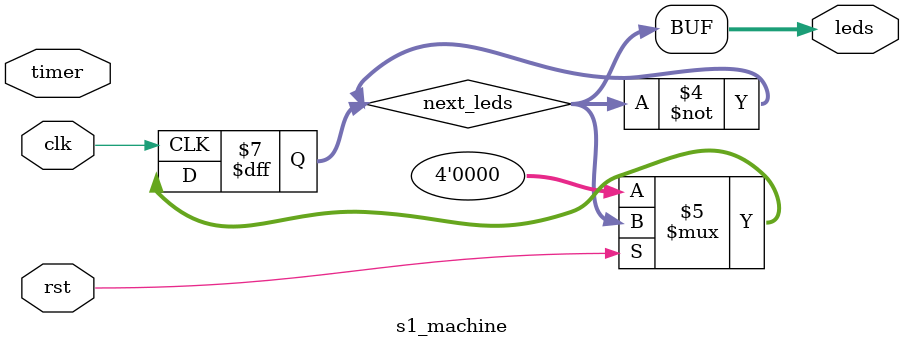
<source format=v>
`timescale 1ns / 1ns


module s1_machine
(
  input clk,
  input rst,
  input timer,
  output [3:0] leds 
);
  
  reg [3:0] next_leds;

  assign leds = next_leds;

  always @( posedge clk ) begin
    if ( !rst ) begin
      next_leds <= 0;
    end
  end

  always @( timer ) begin
    next_leds <= ~leds;
  end
endmodule

</source>
